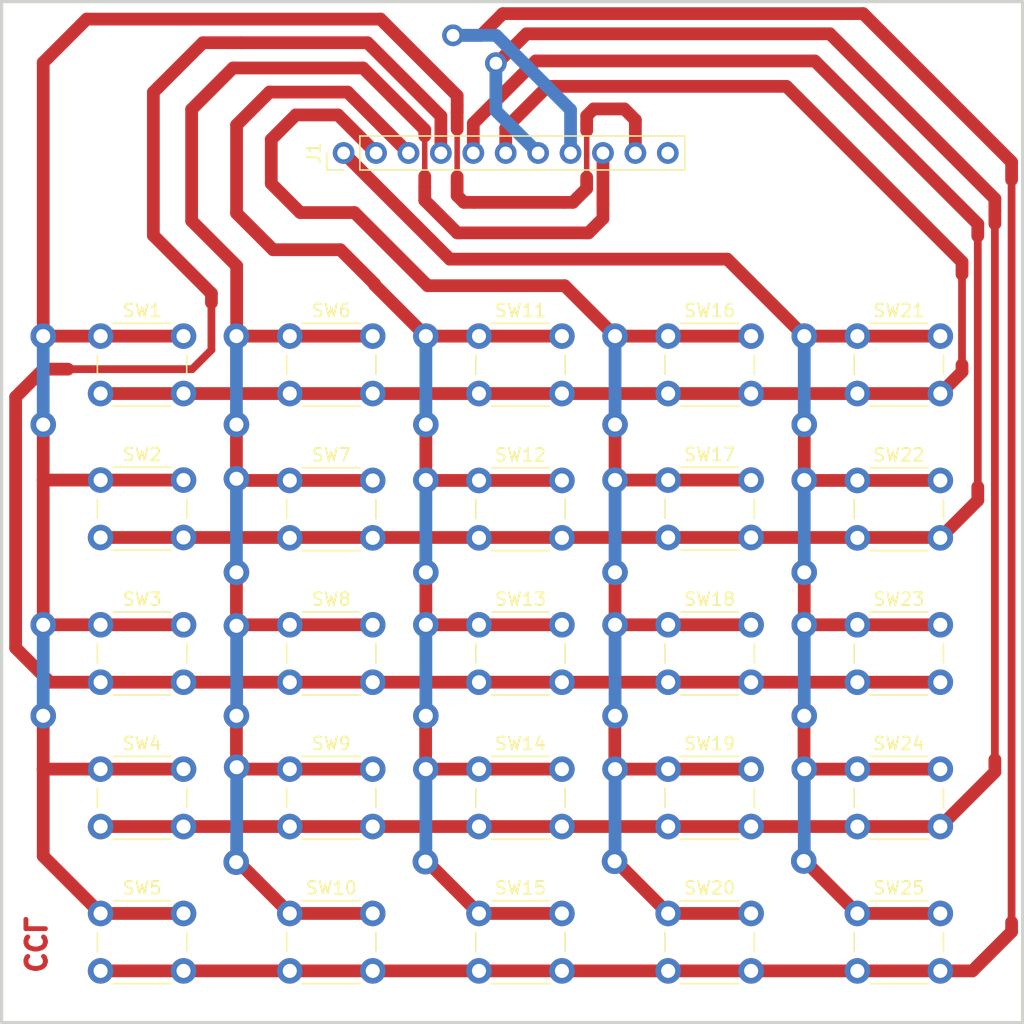
<source format=kicad_pcb>
(kicad_pcb (version 20211014) (generator pcbnew)
  (title_block (title "Teclado Scorbot") (date "2022-05-30") (rev "2.0") (company "Cristobal Cuevas - UBB"))
  (layers (0 "F.Cu" signal) (31 "B.Cu" signal) (34 "B.Paste" user) (35 "F.Paste" user) (36 "B.SilkS" user "B.Silkscreen") (37 "F.SilkS" user "F.Silkscreen") (38 "B.Mask" user) (39 "F.Mask" user) (44 "Edge.Cuts" user))
  (net 0 "")
  (net 2 "/Teclado/F3")
  (net 3 "/Teclado/F2")
  (net 4 "/Teclado/F1")
  (net 5 "/Teclado/F4")
  (net 6 "/Teclado/F5")
  (net 7 "/Teclado/C2")
  (net 8 "/Teclado/C1")
  (net 9 "/Teclado/C3")
  (net 10 "/Teclado/C4")
  (net 11 "/Teclado/C5")
  (footprint "" (layer "F.Cu") (at 131.9125 100.91)
    (fp_text reference "" (at 0 0) (layer "F.SilkS") (effects (font (size 1.27 1.27))))
    (fp_text value "" (at 0 0) (layer "F.SilkS") (effects (font (size 1.27 1.27))))
    (pad "1" thru_hole circle (at 0 0 90) (size 2 2) (drill 1.1) (layers *.Cu *.Mask) (net 9 "/Teclado/C3"))
  )
  (footprint "Button_Switch_THT:SW_PUSH_6mm" (layer "F.Cu") (at 165.725 127.64)
    (fp_text reference "SW25" (at 3.25 -2) (layer "F.SilkS"))
    (fp_text value "SW_Push_Dual")
    (pad "1" thru_hole circle (at 0 0 90) (size 2 2) (drill 1.1) (layers *.Cu *.Mask) (net 8 "/Teclado/C1"))
    (pad "1" thru_hole circle (at 6.5 0 90) (size 2 2) (drill 1.1) (layers *.Cu *.Mask) (net 8 "/Teclado/C1"))
    (pad "2" thru_hole circle (at 0 4.5 90) (size 2 2) (drill 1.1) (layers *.Cu *.Mask) (net 6 "/Teclado/F5"))
    (pad "2" thru_hole circle (at 6.5 4.5 90) (size 2 2) (drill 1.1) (layers *.Cu *.Mask) (net 6 "/Teclado/F5"))
  )
  (footprint "" (layer "F.Cu") (at 161.5625 93.68)
    (fp_text reference "" (at 0 0) (layer "F.SilkS") (effects (font (size 1.27 1.27))))
    (fp_text value "" (at 0 0) (layer "F.SilkS") (effects (font (size 1.27 1.27))))
    (pad "1" thru_hole circle (at 0 0 90) (size 2 2) (drill 1.1) (layers *.Cu *.Mask) (net 8 "/Teclado/C1"))
  )
  (footprint "" (layer "F.Cu") (at 146.7375 112.15)
    (fp_text reference "" (at 0 0) (layer "F.SilkS") (effects (font (size 1.27 1.27))))
    (fp_text value "" (at 0 0) (layer "F.SilkS") (effects (font (size 1.27 1.27))))
    (pad "1" thru_hole circle (at 0 0 90) (size 2 2) (drill 1.1) (layers *.Cu *.Mask) (net 7 "/Teclado/C2"))
  )
  (footprint "" (layer "F.Cu") (at 117.05 123.62)
    (fp_text reference "" (at 0 0) (layer "F.SilkS") (effects (font (size 1.27 1.27))))
    (fp_text value "" (at 0 0) (layer "F.SilkS") (effects (font (size 1.27 1.27))))
    (pad "1" thru_hole circle (at 0 0 90) (size 2 2) (drill 1.1) (layers *.Cu *.Mask) (net 10 "/Teclado/C4"))
  )
  (footprint "" (layer "F.Cu") (at 146.7375 82.4)
    (fp_text reference "" (at 0 0) (layer "F.SilkS") (effects (font (size 1.27 1.27))))
    (fp_text value "" (at 0 0) (layer "F.SilkS") (effects (font (size 1.27 1.27))))
    (pad "1" thru_hole circle (at 0 0 90) (size 2 2) (drill 1.1) (layers *.Cu *.Mask) (net 7 "/Teclado/C2"))
  )
  (footprint "" (layer "F.Cu") (at 161.5625 105.02)
    (fp_text reference "" (at 0 0) (layer "F.SilkS") (effects (font (size 1.27 1.27))))
    (fp_text value "" (at 0 0) (layer "F.SilkS") (effects (font (size 1.27 1.27))))
    (pad "1" thru_hole circle (at 0 0 90) (size 2 2) (drill 1.1) (layers *.Cu *.Mask) (net 8 "/Teclado/C1"))
  )
  (footprint "" (layer "F.Cu") (at 131.9125 116.33)
    (fp_text reference "" (at 0 0) (layer "F.SilkS") (effects (font (size 1.27 1.27))))
    (fp_text value "" (at 0 0) (layer "F.SilkS") (effects (font (size 1.27 1.27))))
    (pad "1" thru_hole circle (at 0 0 90) (size 2 2) (drill 1.1) (layers *.Cu *.Mask) (net 9 "/Teclado/C3"))
  )
  (footprint "" (layer "F.Cu") (at 131.9125 105.02)
    (fp_text reference "" (at 0 0) (layer "F.SilkS") (effects (font (size 1.27 1.27))))
    (fp_text value "" (at 0 0) (layer "F.SilkS") (effects (font (size 1.27 1.27))))
    (pad "1" thru_hole circle (at 0 0 90) (size 2 2) (drill 1.1) (layers *.Cu *.Mask) (net 9 "/Teclado/C3"))
  )
  (footprint "" (layer "F.Cu") (at 131.9125 82.4)
    (fp_text reference "" (at 0 0) (layer "F.SilkS") (effects (font (size 1.27 1.27))))
    (fp_text value "" (at 0 0) (layer "F.SilkS") (effects (font (size 1.27 1.27))))
    (pad "1" thru_hole circle (at 0 0 90) (size 2 2) (drill 1.1) (layers *.Cu *.Mask) (net 9 "/Teclado/C3"))
  )
  (footprint "Button_Switch_THT:SW_PUSH_6mm" (layer "F.Cu") (at 150.9 116.33)
    (fp_text reference "SW19" (at 3.25 -2) (layer "F.SilkS"))
    (fp_text value "SW_Push_Dual")
    (pad "1" thru_hole circle (at 6.5 0 90) (size 2 2) (drill 1.1) (layers *.Cu *.Mask) (net 7 "/Teclado/C2"))
    (pad "1" thru_hole circle (at 0 0 90) (size 2 2) (drill 1.1) (layers *.Cu *.Mask) (net 7 "/Teclado/C2"))
    (pad "2" thru_hole circle (at 6.5 4.5 90) (size 2 2) (drill 1.1) (layers *.Cu *.Mask) (net 5 "/Teclado/F4"))
    (pad "2" thru_hole circle (at 0 4.5 90) (size 2 2) (drill 1.1) (layers *.Cu *.Mask) (net 5 "/Teclado/F4"))
  )
  (footprint "" (layer "F.Cu") (at 131.9125 112.15)
    (fp_text reference "" (at 0 0) (layer "F.SilkS") (effects (font (size 1.27 1.27))))
    (fp_text value "" (at 0 0) (layer "F.SilkS") (effects (font (size 1.27 1.27))))
    (pad "1" thru_hole circle (at 0 0 90) (size 2 2) (drill 1.1) (layers *.Cu *.Mask) (net 9 "/Teclado/C3"))
  )
  (footprint "" (layer "F.Cu") (at 161.5625 112.15)
    (fp_text reference "" (at 0 0) (layer "F.SilkS") (effects (font (size 1.27 1.27))))
    (fp_text value "" (at 0 0) (layer "F.SilkS") (effects (font (size 1.27 1.27))))
    (pad "1" thru_hole circle (at 0 0 90) (size 2 2) (drill 1.1) (layers *.Cu *.Mask) (net 8 "/Teclado/C1"))
  )
  (footprint "Button_Switch_THT:SW_PUSH_6mm" (layer "F.Cu") (at 121.25 127.64)
    (fp_text reference "SW10" (at 3.25 -2) (layer "F.SilkS"))
    (fp_text value "SW_Push_Dual")
    (pad "1" thru_hole circle (at 0 0 90) (size 2 2) (drill 1.1) (layers *.Cu *.Mask) (net 10 "/Teclado/C4"))
    (pad "1" thru_hole circle (at 6.5 0 90) (size 2 2) (drill 1.1) (layers *.Cu *.Mask) (net 10 "/Teclado/C4"))
    (pad "2" thru_hole circle (at 0 4.5 90) (size 2 2) (drill 1.1) (layers *.Cu *.Mask) (net 6 "/Teclado/F5"))
    (pad "2" thru_hole circle (at 6.5 4.5 90) (size 2 2) (drill 1.1) (layers *.Cu *.Mask) (net 6 "/Teclado/F5"))
  )
  (footprint "" (layer "F.Cu") (at 101.929997 112.15)
    (fp_text reference "" (at 0 0) (layer "F.SilkS") (effects (font (size 1.27 1.27))))
    (fp_text value "" (at 0 0) (layer "F.SilkS") (effects (font (size 1.27 1.27))))
    (pad "1" thru_hole circle locked (at 0 0 90) (size 2 2) (drill 1.1) (layers *.Cu *.Mask) (net 11 "/Teclado/C5"))
  )
  (footprint "" (layer "F.Cu") (at 117.07 100.91)
    (fp_text reference "" (at 0 0) (layer "F.SilkS") (effects (font (size 1.27 1.27))))
    (fp_text value "" (at 0 0) (layer "F.SilkS") (effects (font (size 1.27 1.27))))
    (pad "1" thru_hole circle (at 0 0 90) (size 2 2) (drill 1.1) (layers *.Cu *.Mask) (net 10 "/Teclado/C4"))
  )
  (footprint "" (layer "F.Cu") (at 117.0875 116.18)
    (fp_text reference "" (at 0 0) (layer "F.SilkS") (effects (font (size 1.27 1.27))))
    (fp_text value "" (at 0 0) (layer "F.SilkS") (effects (font (size 1.27 1.27))))
    (pad "1" thru_hole circle (at 0 0 90) (size 2 2) (drill 1.1) (layers *.Cu *.Mask) (net 10 "/Teclado/C4"))
  )
  (footprint "" (layer "F.Cu") (at 146.7375 93.68)
    (fp_text reference "" (at 0 0) (layer "F.SilkS") (effects (font (size 1.27 1.27))))
    (fp_text value "" (at 0 0) (layer "F.SilkS") (effects (font (size 1.27 1.27))))
    (pad "1" thru_hole circle (at 0 0 90) (size 2 2) (drill 1.1) (layers *.Cu *.Mask) (net 7 "/Teclado/C2"))
  )
  (footprint "Button_Switch_THT:SW_PUSH_6mm" (layer "F.Cu") (at 136.075 93.71)
    (fp_text reference "SW12" (at 3.25 -2) (layer "F.SilkS"))
    (fp_text value "SW_Push_Dual")
    (pad "1" thru_hole circle (at 0 0 90) (size 2 2) (drill 1.1) (layers *.Cu *.Mask) (net 9 "/Teclado/C3"))
    (pad "1" thru_hole circle (at 6.5 0 90) (size 2 2) (drill 1.1) (layers *.Cu *.Mask) (net 9 "/Teclado/C3"))
    (pad "2" thru_hole circle (at 6.5 4.5 90) (size 2 2) (drill 1.1) (layers *.Cu *.Mask) (net 3 "/Teclado/F2"))
    (pad "2" thru_hole circle (at 0 4.5 90) (size 2 2) (drill 1.1) (layers *.Cu *.Mask) (net 3 "/Teclado/F2"))
  )
  (footprint "" (layer "F.Cu") (at 146.7375 116.33)
    (fp_text reference "" (at 0 0) (layer "F.SilkS") (effects (font (size 1.27 1.27))))
    (fp_text value "" (at 0 0) (layer "F.SilkS") (effects (font (size 1.27 1.27))))
    (pad "1" thru_hole circle (at 0 0 90) (size 2 2) (drill 1.1) (layers *.Cu *.Mask) (net 7 "/Teclado/C2"))
  )
  (footprint "" (layer "F.Cu") (at 146.7375 105.02)
    (fp_text reference "" (at 0 0) (layer "F.SilkS") (effects (font (size 1.27 1.27))))
    (fp_text value "" (at 0 0) (layer "F.SilkS") (effects (font (size 1.27 1.27))))
    (pad "1" thru_hole circle (at 0 0 90) (size 2 2) (drill 1.1) (layers *.Cu *.Mask) (net 7 "/Teclado/C2"))
  )
  (footprint "Button_Switch_THT:SW_PUSH_6mm" (layer "F.Cu") (at 106.425 127.64)
    (fp_text reference "SW5" (at 3.25 -2) (layer "F.SilkS"))
    (fp_text value "SW_Push_Dual")
    (pad "1" thru_hole circle (at 6.5 0 90) (size 2 2) (drill 1.1) (layers *.Cu *.Mask) (net 11 "/Teclado/C5"))
    (pad "1" thru_hole circle (at 0 0 90) (size 2 2) (drill 1.1) (layers *.Cu *.Mask) (net 11 "/Teclado/C5"))
    (pad "2" thru_hole circle (at 6.5 4.5 90) (size 2 2) (drill 1.1) (layers *.Cu *.Mask) (net 6 "/Teclado/F5"))
    (pad "2" thru_hole circle (at 0 4.5 90) (size 2 2) (drill 1.1) (layers *.Cu *.Mask) (net 6 "/Teclado/F5"))
  )
  (footprint "Button_Switch_THT:SW_PUSH_6mm" (layer "F.Cu") (at 121.25 82.4)
    (fp_text reference "SW6" (at 3.25 -2) (layer "F.SilkS"))
    (fp_text value "SW_Push_Dual")
    (pad "1" thru_hole circle (at 0 0 90) (size 2 2) (drill 1.1) (layers *.Cu *.Mask) (net 10 "/Teclado/C4"))
    (pad "1" thru_hole circle (at 6.5 0 90) (size 2 2) (drill 1.1) (layers *.Cu *.Mask) (net 10 "/Teclado/C4"))
    (pad "2" thru_hole circle (at 0 4.5 90) (size 2 2) (drill 1.1) (layers *.Cu *.Mask) (net 4 "/Teclado/F1"))
    (pad "2" thru_hole circle (at 6.5 4.5 90) (size 2 2) (drill 1.1) (layers *.Cu *.Mask) (net 4 "/Teclado/F1"))
  )
  (footprint "Button_Switch_THT:SW_PUSH_6mm" (layer "F.Cu") (at 165.725 116.33)
    (fp_text reference "SW24" (at 3.25 -2) (layer "F.SilkS"))
    (fp_text value "SW_Push_Dual")
    (pad "1" thru_hole circle (at 0 0 90) (size 2 2) (drill 1.1) (layers *.Cu *.Mask) (net 8 "/Teclado/C1"))
    (pad "1" thru_hole circle (at 6.5 0 90) (size 2 2) (drill 1.1) (layers *.Cu *.Mask) (net 8 "/Teclado/C1"))
    (pad "2" thru_hole circle (at 6.5 4.5 90) (size 2 2) (drill 1.1) (layers *.Cu *.Mask) (net 5 "/Teclado/F4"))
    (pad "2" thru_hole circle (at 0 4.5 90) (size 2 2) (drill 1.1) (layers *.Cu *.Mask) (net 5 "/Teclado/F4"))
  )
  (footprint "Button_Switch_THT:SW_PUSH_6mm" (layer "F.Cu") (at 106.425 105.02)
    (fp_text reference "SW3" (at 3.25 -2) (layer "F.SilkS"))
    (fp_text value "SW_Push_Dual")
    (pad "1" thru_hole circle (at 6.5 0 90) (size 2 2) (drill 1.1) (layers *.Cu *.Mask) (net 11 "/Teclado/C5"))
    (pad "1" thru_hole circle (at 0 0 90) (size 2 2) (drill 1.1) (layers *.Cu *.Mask) (net 11 "/Teclado/C5"))
    (pad "2" thru_hole circle (at 0 4.5 90) (size 2 2) (drill 1.1) (layers *.Cu *.Mask) (net 2 "/Teclado/F3"))
    (pad "2" thru_hole circle (at 6.5 4.5 90) (size 2 2) (drill 1.1) (layers *.Cu *.Mask) (net 2 "/Teclado/F3"))
  )
  (footprint "Button_Switch_THT:SW_PUSH_6mm" (layer "F.Cu") (at 150.9 127.64)
    (fp_text reference "SW20" (at 3.25 -2) (layer "F.SilkS"))
    (fp_text value "SW_Push_Dual")
    (pad "1" thru_hole circle (at 6.5 0 90) (size 2 2) (drill 1.1) (layers *.Cu *.Mask) (net 7 "/Teclado/C2"))
    (pad "1" thru_hole circle (at 0 0 90) (size 2 2) (drill 1.1) (layers *.Cu *.Mask) (net 7 "/Teclado/C2"))
    (pad "2" thru_hole circle (at 0 4.5 90) (size 2 2) (drill 1.1) (layers *.Cu *.Mask) (net 6 "/Teclado/F5"))
    (pad "2" thru_hole circle (at 6.5 4.5 90) (size 2 2) (drill 1.1) (layers *.Cu *.Mask) (net 6 "/Teclado/F5"))
  )
  (footprint "Button_Switch_THT:SW_PUSH_6mm" (layer "F.Cu") (at 136.075 127.64)
    (fp_text reference "SW15" (at 3.25 -2) (layer "F.SilkS"))
    (fp_text value "SW_Push_Dual")
    (pad "1" thru_hole circle (at 0 0 90) (size 2 2) (drill 1.1) (layers *.Cu *.Mask) (net 9 "/Teclado/C3"))
    (pad "1" thru_hole circle (at 6.5 0 90) (size 2 2) (drill 1.1) (layers *.Cu *.Mask) (net 9 "/Teclado/C3"))
    (pad "2" thru_hole circle (at 6.5 4.5 90) (size 2 2) (drill 1.1) (layers *.Cu *.Mask) (net 6 "/Teclado/F5"))
    (pad "2" thru_hole circle (at 0 4.5 90) (size 2 2) (drill 1.1) (layers *.Cu *.Mask) (net 6 "/Teclado/F5"))
  )
  (footprint "" (layer "F.Cu") (at 146.7 123.55)
    (fp_text reference "" (at 0 0) (layer "F.SilkS") (effects (font (size 1.27 1.27))))
    (fp_text value "" (at 0 0) (layer "F.SilkS") (effects (font (size 1.27 1.27))))
    (pad "1" thru_hole circle (at 0 0 90) (size 2 2) (drill 1.1) (layers *.Cu *.Mask) (net 7 "/Teclado/C2"))
  )
  (footprint "" (layer "F.Cu") (at 117.07 105.1)
    (fp_text reference "" (at 0 0) (layer "F.SilkS") (effects (font (size 1.27 1.27))))
    (fp_text value "" (at 0 0) (layer "F.SilkS") (effects (font (size 1.27 1.27))))
    (pad "1" thru_hole circle (at 0 0 90) (size 2 2) (drill 1.1) (layers *.Cu *.Mask) (net 10 "/Teclado/C4"))
  )
  (footprint "Button_Switch_THT:SW_PUSH_6mm" (layer "F.Cu") (at 106.425 116.33)
    (fp_text reference "SW4" (at 3.25 -2) (layer "F.SilkS"))
    (fp_text value "SW_Push_Dual")
    (pad "1" thru_hole circle (at 6.5 0 90) (size 2 2) (drill 1.1) (layers *.Cu *.Mask) (net 11 "/Teclado/C5"))
    (pad "1" thru_hole circle (at 0 0 90) (size 2 2) (drill 1.1) (layers *.Cu *.Mask) (net 11 "/Teclado/C5"))
    (pad "2" thru_hole circle (at 6.5 4.5 90) (size 2 2) (drill 1.1) (layers *.Cu *.Mask) (net 5 "/Teclado/F4"))
    (pad "2" thru_hole circle (at 0 4.5 90) (size 2 2) (drill 1.1) (layers *.Cu *.Mask) (net 5 "/Teclado/F4"))
  )
  (footprint "" (layer "F.Cu") (at 117.07 82.4)
    (fp_text reference "" (at 0 0) (layer "F.SilkS") (effects (font (size 1.27 1.27))))
    (fp_text value "" (at 0 0) (layer "F.SilkS") (effects (font (size 1.27 1.27))))
    (pad "1" thru_hole circle (at 0 0 90) (size 2 2) (drill 1.1) (layers *.Cu *.Mask) (net 10 "/Teclado/C4"))
  )
  (footprint "Button_Switch_THT:SW_PUSH_6mm" (layer "F.Cu") (at 136.075 116.33)
    (fp_text reference "SW14" (at 3.25 -2) (layer "F.SilkS"))
    (fp_text value "SW_Push_Dual")
    (pad "1" thru_hole circle (at 0 0 90) (size 2 2) (drill 1.1) (layers *.Cu *.Mask) (net 9 "/Teclado/C3"))
    (pad "1" thru_hole circle (at 6.5 0 90) (size 2 2) (drill 1.1) (layers *.Cu *.Mask) (net 9 "/Teclado/C3"))
    (pad "2" thru_hole circle (at 6.5 4.5 90) (size 2 2) (drill 1.1) (layers *.Cu *.Mask) (net 5 "/Teclado/F4"))
    (pad "2" thru_hole circle (at 0 4.5 90) (size 2 2) (drill 1.1) (layers *.Cu *.Mask) (net 5 "/Teclado/F4"))
  )
  (footprint "Button_Switch_THT:SW_PUSH_6mm" (layer "F.Cu") (at 136.075 82.4)
    (fp_text reference "SW11" (at 3.25 -2) (layer "F.SilkS"))
    (fp_text value "SW_Push_Dual")
    (pad "1" thru_hole circle (at 0 0 90) (size 2 2) (drill 1.1) (layers *.Cu *.Mask) (net 9 "/Teclado/C3"))
    (pad "1" thru_hole circle (at 6.5 0 90) (size 2 2) (drill 1.1) (layers *.Cu *.Mask) (net 9 "/Teclado/C3"))
    (pad "2" thru_hole circle (at 0 4.5 90) (size 2 2) (drill 1.1) (layers *.Cu *.Mask) (net 4 "/Teclado/F1"))
    (pad "2" thru_hole circle (at 6.5 4.5 90) (size 2 2) (drill 1.1) (layers *.Cu *.Mask) (net 4 "/Teclado/F1"))
  )
  (footprint "" (layer "F.Cu") (at 131.875 123.58)
    (fp_text reference "" (at 0 0) (layer "F.SilkS") (effects (font (size 1.27 1.27))))
    (fp_text value "" (at 0 0) (layer "F.SilkS") (effects (font (size 1.27 1.27))))
    (pad "1" thru_hole circle (at 0 0 90) (size 2 2) (drill 1.1) (layers *.Cu *.Mask) (net 9 "/Teclado/C3"))
  )
  (footprint "Button_Switch_THT:SW_PUSH_6mm" (layer "F.Cu") (at 121.25 93.71)
    (fp_text reference "SW7" (at 3.25 -2) (layer "F.SilkS"))
    (fp_text value "SW_Push_Dual")
    (pad "1" thru_hole circle (at 0 0 90) (size 2 2) (drill 1.1) (layers *.Cu *.Mask) (net 10 "/Teclado/C4"))
    (pad "1" thru_hole circle (at 6.5 0 90) (size 2 2) (drill 1.1) (layers *.Cu *.Mask) (net 10 "/Teclado/C4"))
    (pad "2" thru_hole circle (at 0 4.5 90) (size 2 2) (drill 1.1) (layers *.Cu *.Mask) (net 3 "/Teclado/F2"))
    (pad "2" thru_hole circle (at 6.5 4.5 90) (size 2 2) (drill 1.1) (layers *.Cu *.Mask) (net 3 "/Teclado/F2"))
  )
  (footprint "" (layer "F.Cu") (at 117.07 112.15)
    (fp_text reference "" (at 0 0) (layer "F.SilkS") (effects (font (size 1.27 1.27))))
    (fp_text value "" (at 0 0) (layer "F.SilkS") (effects (font (size 1.27 1.27))))
    (pad "1" thru_hole circle (at 0 0 90) (size 2 2) (drill 1.1) (layers *.Cu *.Mask) (net 10 "/Teclado/C4"))
  )
  (footprint "Button_Switch_THT:SW_PUSH_6mm" (layer "F.Cu") (at 150.9 105.02)
    (fp_text reference "SW18" (at 3.25 -2) (layer "F.SilkS"))
    (fp_text value "SW_Push_Dual")
    (pad "1" thru_hole circle (at 0 0 90) (size 2 2) (drill 1.1) (layers *.Cu *.Mask) (net 7 "/Teclado/C2"))
    (pad "1" thru_hole circle (at 6.5 0 90) (size 2 2) (drill 1.1) (layers *.Cu *.Mask) (net 7 "/Teclado/C2"))
    (pad "2" thru_hole circle (at 0 4.5 90) (size 2 2) (drill 1.1) (layers *.Cu *.Mask) (net 2 "/Teclado/F3"))
    (pad "2" thru_hole circle (at 6.5 4.5 90) (size 2 2) (drill 1.1) (layers *.Cu *.Mask) (net 2 "/Teclado/F3"))
  )
  (footprint "" (layer "F.Cu") (at 161.5625 82.4)
    (fp_text reference "" (at 0 0) (layer "F.SilkS") (effects (font (size 1.27 1.27))))
    (fp_text value "" (at 0 0) (layer "F.SilkS") (effects (font (size 1.27 1.27))))
    (pad "1" thru_hole circle (at 0 0 90) (size 2 2) (drill 1.1) (layers *.Cu *.Mask) (net 8 "/Teclado/C1"))
  )
  (footprint "" (layer "F.Cu") (at 131.9125 89.33)
    (fp_text reference "" (at 0 0) (layer "F.SilkS") (effects (font (size 1.27 1.27))))
    (fp_text value "" (at 0 0) (layer "F.SilkS") (effects (font (size 1.27 1.27))))
    (pad "1" thru_hole circle (at 0 0 90) (size 2 2) (drill 1.1) (layers *.Cu *.Mask) (net 9 "/Teclado/C3"))
  )
  (footprint "" (layer "F.Cu") (at 161.5625 100.91)
    (fp_text reference "" (at 0 0) (layer "F.SilkS") (effects (font (size 1.27 1.27))))
    (fp_text value "" (at 0 0) (layer "F.SilkS") (effects (font (size 1.27 1.27))))
    (pad "1" thru_hole circle (at 0 0 90) (size 2 2) (drill 1.1) (layers *.Cu *.Mask) (net 8 "/Teclado/C1"))
  )
  (footprint "" (layer "F.Cu") (at 117.07 89.33)
    (fp_text reference "" (at 0 0) (layer "F.SilkS") (effects (font (size 1.27 1.27))))
    (fp_text value "" (at 0 0) (layer "F.SilkS") (effects (font (size 1.27 1.27))))
    (pad "1" thru_hole circle (at 0 0 90) (size 2 2) (drill 1.1) (layers *.Cu *.Mask) (net 10 "/Teclado/C4"))
  )
  (footprint "" (layer "F.Cu") (at 101.929997 105.02)
    (fp_text reference "" (at 0 0) (layer "F.SilkS") (effects (font (size 1.27 1.27))))
    (fp_text value "" (at 0 0) (layer "F.SilkS") (effects (font (size 1.27 1.27))))
    (pad "1" thru_hole circle locked (at 0 0 90) (size 2 2) (drill 1.1) (layers *.Cu *.Mask) (net 11 "/Teclado/C5"))
  )
  (footprint "" (layer "F.Cu") (at 137.4 61.01)
    (fp_text reference "" (at 0 0) (layer "F.SilkS") (effects (font (size 1.27 1.27))))
    (fp_text value "" (at 0 0) (layer "F.SilkS") (effects (font (size 1.27 1.27))))
    (pad "7" thru_hole oval (at 0 0 90) (size 1.7 1.7) (drill 1) (layers *.Cu *.Mask) (net 5 "/Teclado/F4"))
  )
  (footprint "" (layer "F.Cu") (at 161.5625 116.33)
    (fp_text reference "" (at 0 0) (layer "F.SilkS") (effects (font (size 1.27 1.27))))
    (fp_text value "" (at 0 0) (layer "F.SilkS") (effects (font (size 1.27 1.27))))
    (pad "1" thru_hole circle (at 0 0 90) (size 2 2) (drill 1.1) (layers *.Cu *.Mask) (net 8 "/Teclado/C1"))
  )
  (footprint "Button_Switch_THT:SW_PUSH_6mm" (layer "F.Cu") (at 106.425 93.68)
    (fp_text reference "SW2" (at 3.25 -2) (layer "F.SilkS"))
    (fp_text value "SW_Push_Dual")
    (pad "1" thru_hole circle (at 6.5 0 90) (size 2 2) (drill 1.1) (layers *.Cu *.Mask) (net 11 "/Teclado/C5"))
    (pad "1" thru_hole circle (at 0 0 90) (size 2 2) (drill 1.1) (layers *.Cu *.Mask) (net 11 "/Teclado/C5"))
    (pad "2" thru_hole circle (at 6.5 4.5 90) (size 2 2) (drill 1.1) (layers *.Cu *.Mask) (net 3 "/Teclado/F2"))
    (pad "2" thru_hole circle (at 0 4.5 90) (size 2 2) (drill 1.1) (layers *.Cu *.Mask) (net 3 "/Teclado/F2"))
  )
  (footprint "" (layer "F.Cu") (at 146.7375 89.33)
    (fp_text reference "" (at 0 0) (layer "F.SilkS") (effects (font (size 1.27 1.27))))
    (fp_text value "" (at 0 0) (layer "F.SilkS") (effects (font (size 1.27 1.27))))
    (pad "1" thru_hole circle (at 0 0 90) (size 2 2) (drill 1.1) (layers *.Cu *.Mask) (net 7 "/Teclado/C2"))
  )
  (footprint "" (layer "F.Cu") (at 101.929997 82.4)
    (fp_text reference "" (at 0 0) (layer "F.SilkS") (effects (font (size 1.27 1.27))))
    (fp_text value "" (at 0 0) (layer "F.SilkS") (effects (font (size 1.27 1.27))))
    (pad "1" thru_hole circle locked (at 0 0 90) (size 2 2) (drill 1.1) (layers *.Cu *.Mask) (net 11 "/Teclado/C5"))
  )
  (footprint "" (layer "F.Cu") (at 134.04 58.83)
    (fp_text reference "" (at 0 0) (layer "F.SilkS") (effects (font (size 1.27 1.27))))
    (fp_text value "" (at 0 0) (layer "F.SilkS") (effects (font (size 1.27 1.27))))
    (pad "8" thru_hole oval (at 0 0 90) (size 1.7 1.7) (drill 1) (layers *.Cu *.Mask) (net 6 "/Teclado/F5"))
  )
  (footprint "Button_Switch_THT:SW_PUSH_6mm" (layer "F.Cu") (at 121.25 116.33)
    (fp_text reference "SW9" (at 3.25 -2) (layer "F.SilkS"))
    (fp_text value "SW_Push_Dual")
    (pad "1" thru_hole circle (at 0 0 90) (size 2 2) (drill 1.1) (layers *.Cu *.Mask) (net 10 "/Teclado/C4"))
    (pad "1" thru_hole circle (at 6.5 0 90) (size 2 2) (drill 1.1) (layers *.Cu *.Mask) (net 10 "/Teclado/C4"))
    (pad "2" thru_hole circle (at 0 4.5 90) (size 2 2) (drill 1.1) (layers *.Cu *.Mask) (net 5 "/Teclado/F4"))
    (pad "2" thru_hole circle (at 6.5 4.5 90) (size 2 2) (drill 1.1) (layers *.Cu *.Mask) (net 5 "/Teclado/F4"))
  )
  (footprint "Button_Switch_THT:SW_PUSH_6mm" (layer "F.Cu") (at 106.425 82.4)
    (fp_text reference "SW1" (at 3.25 -2) (layer "F.SilkS"))
    (fp_text value "SW_Push_Dual")
    (pad "1" thru_hole circle locked (at 0 0 90) (size 2 2) (drill 1.1) (layers *.Cu *.Mask) (net 11 "/Teclado/C5"))
    (pad "1" thru_hole circle locked (at 6.5 0 90) (size 2 2) (drill 1.1) (layers *.Cu *.Mask) (net 11 "/Teclado/C5"))
    (pad "2" thru_hole circle locked (at 6.5 4.5 90) (size 2 2) (drill 1.1) (layers *.Cu *.Mask) (net 4 "/Teclado/F1"))
    (pad "2" thru_hole circle locked (at 0 4.5 90) (size 2 2) (drill 1.1) (layers *.Cu *.Mask) (net 4 "/Teclado/F1"))
  )
  (footprint "Button_Switch_THT:SW_PUSH_6mm" (layer "F.Cu") (at 150.9 82.4)
    (fp_text reference "SW16" (at 3.25 -2) (layer "F.SilkS"))
    (fp_text value "SW_Push_Dual")
    (pad "1" thru_hole circle (at 6.5 0 90) (size 2 2) (drill 1.1) (layers *.Cu *.Mask) (net 7 "/Teclado/C2"))
    (pad "1" thru_hole circle (at 0 0 90) (size 2 2) (drill 1.1) (layers *.Cu *.Mask) (net 7 "/Teclado/C2"))
    (pad "2" thru_hole circle (at 0 4.5 90) (size 2 2) (drill 1.1) (layers *.Cu *.Mask) (net 4 "/Teclado/F1"))
    (pad "2" thru_hole circle (at 6.5 4.5 90) (size 2 2) (drill 1.1) (layers *.Cu *.Mask) (net 4 "/Teclado/F1"))
  )
  (footprint "Button_Switch_THT:SW_PUSH_6mm" (layer "F.Cu") (at 165.725 93.71)
    (fp_text reference "SW22" (at 3.25 -2) (layer "F.SilkS"))
    (fp_text value "SW_Push_Dual")
    (pad "1" thru_hole circle (at 6.5 0 90) (size 2 2) (drill 1.1) (layers *.Cu *.Mask) (net 8 "/Teclado/C1"))
    (pad "1" thru_hole circle (at 0 0 90) (size 2 2) (drill 1.1) (layers *.Cu *.Mask) (net 8 "/Teclado/C1"))
    (pad "2" thru_hole circle (at 0 4.5 90) (size 2 2) (drill 1.1) (layers *.Cu *.Mask) (net 3 "/Teclado/F2"))
    (pad "2" thru_hole circle (at 6.5 4.5 90) (size 2 2) (drill 1.1) (layers *.Cu *.Mask) (net 3 "/Teclado/F2"))
  )
  (footprint "Connector_PinHeader_2.54mm:PinHeader_1x11_P2.54mm_Vertical" (layer "F.Cu") (at 125.47 68.05 90)
    (fp_text reference "J1" (at 0 -2.33 90) (layer "F.SilkS"))
    (fp_text value "Conn_01x11")
    (pad "1" thru_hole circle (at 0.000004 -0.000007 90) (size 1.7 1.7) (drill 1) (layers *.Cu *.Mask) (net 8 "/Teclado/C1"))
    (pad "2" thru_hole oval (at 0 2.54 90) (size 1.7 1.7) (drill 1) (layers *.Cu *.Mask) (net 7 "/Teclado/C2"))
    (pad "3" thru_hole oval (at 0 5.08 90) (size 1.7 1.7) (drill 1) (layers *.Cu *.Mask) (net 9 "/Teclado/C3"))
    (pad "4" thru_hole oval (at 0 7.62 90) (size 1.7 1.7) (drill 1) (layers *.Cu *.Mask) (net 2 "/Teclado/F3"))
    (pad "5" thru_hole oval (at 0 10.16 90) (size 1.7 1.7) (drill 1) (layers *.Cu *.Mask) (net 3 "/Teclado/F2"))
    (pad "6" thru_hole oval (at 0 12.7 90) (size 1.7 1.7) (drill 1) (layers *.Cu *.Mask) (net 4 "/Teclado/F1"))
    (pad "7" thru_hole oval (at 0 15.24 90) (size 1.7 1.7) (drill 1) (layers *.Cu *.Mask) (net 5 "/Teclado/F4"))
    (pad "8" thru_hole oval (at 0 17.78 90) (size 1.7 1.7) (drill 1) (layers *.Cu *.Mask) (net 6 "/Teclado/F5"))
    (pad "9" thru_hole oval (at 0 20.32 90) (size 1.7 1.7) (drill 1) (layers *.Cu *.Mask) (net 10 "/Teclado/C4"))
    (pad "10" thru_hole oval (at 0 22.86 90) (size 1.7 1.7) (drill 1) (layers *.Cu *.Mask) (net 11 "/Teclado/C5"))
    (pad "11" thru_hole oval (at 0 25.4 90) (size 1.7 1.7) (drill 1) (layers *.Cu *.Mask))
  )
  (footprint "" (layer "F.Cu") (at 131.9125 93.68)
    (fp_text reference "" (at 0 0) (layer "F.SilkS") (effects (font (size 1.27 1.27))))
    (fp_text value "" (at 0 0) (layer "F.SilkS") (effects (font (size 1.27 1.27))))
    (pad "1" thru_hole circle (at 0 0 90) (size 2 2) (drill 1.1) (layers *.Cu *.Mask) (net 9 "/Teclado/C3"))
  )
  (footprint "Button_Switch_THT:SW_PUSH_6mm" (layer "F.Cu") (at 165.725 105.02)
    (fp_text reference "SW23" (at 3.25 -2) (layer "F.SilkS"))
    (fp_text value "SW_Push_Dual")
    (pad "1" thru_hole circle (at 6.5 0 90) (size 2 2) (drill 1.1) (layers *.Cu *.Mask) (net 8 "/Teclado/C1"))
    (pad "1" thru_hole circle (at 0 0 90) (size 2 2) (drill 1.1) (layers *.Cu *.Mask) (net 8 "/Teclado/C1"))
    (pad "2" thru_hole circle (at 6.5 4.5 90) (size 2 2) (drill 1.1) (layers *.Cu *.Mask) (net 2 "/Teclado/F3"))
    (pad "2" thru_hole circle (at 0 4.5 90) (size 2 2) (drill 1.1) (layers *.Cu *.Mask) (net 2 "/Teclado/F3"))
  )
  (footprint "Button_Switch_THT:SW_PUSH_6mm" (layer "F.Cu") (at 121.25 105.02)
    (fp_text reference "SW8" (at 3.25 -2) (layer "F.SilkS"))
    (fp_text value "SW_Push_Dual")
    (pad "1" thru_hole circle (at 0 0 90) (size 2 2) (drill 1.1) (layers *.Cu *.Mask) (net 10 "/Teclado/C4"))
    (pad "1" thru_hole circle (at 6.5 0 90) (size 2 2) (drill 1.1) (layers *.Cu *.Mask) (net 10 "/Teclado/C4"))
    (pad "2" thru_hole circle (at 0 4.5 90) (size 2 2) (drill 1.1) (layers *.Cu *.Mask) (net 2 "/Teclado/F3"))
    (pad "2" thru_hole circle (at 6.5 4.5 90) (size 2 2) (drill 1.1) (layers *.Cu *.Mask) (net 2 "/Teclado/F3"))
  )
  (footprint "" (layer "F.Cu") (at 101.929997 89.33)
    (fp_text reference "" (at 0 0) (layer "F.SilkS") (effects (font (size 1.27 1.27))))
    (fp_text value "" (at 0 0) (layer "F.SilkS") (effects (font (size 1.27 1.27))))
    (pad "1" thru_hole circle locked (at 0 0 90) (size 2 2) (drill 1.1) (layers *.Cu *.Mask) (net 11 "/Teclado/C5"))
  )
  (footprint "Button_Switch_THT:SW_PUSH_6mm" (layer "F.Cu") (at 165.725 82.4)
    (fp_text reference "SW21" (at 3.25 -2) (layer "F.SilkS"))
    (fp_text value "SW_Push_Dual")
    (pad "1" thru_hole circle (at 6.5 0 90) (size 2 2) (drill 1.1) (layers *.Cu *.Mask) (net 8 "/Teclado/C1"))
    (pad "1" thru_hole circle (at 0 0 90) (size 2 2) (drill 1.1) (layers *.Cu *.Mask) (net 8 "/Teclado/C1"))
    (pad "2" thru_hole circle (at 6.5 4.5 90) (size 2 2) (drill 1.1) (layers *.Cu *.Mask) (net 4 "/Teclado/F1"))
    (pad "2" thru_hole circle (at 0 4.5 90) (size 2 2) (drill 1.1) (layers *.Cu *.Mask) (net 4 "/Teclado/F1"))
  )
  (footprint "Button_Switch_THT:SW_PUSH_6mm" (layer "F.Cu") (at 136.075 105.02)
    (fp_text reference "SW13" (at 3.25 -2) (layer "F.SilkS"))
    (fp_text value "SW_Push_Dual")
    (pad "1" thru_hole circle (at 0 0 90) (size 2 2) (drill 1.1) (layers *.Cu *.Mask) (net 9 "/Teclado/C3"))
    (pad "1" thru_hole circle (at 6.5 0 90) (size 2 2) (drill 1.1) (layers *.Cu *.Mask) (net 9 "/Teclado/C3"))
    (pad "2" thru_hole circle (at 0 4.5 90) (size 2 2) (drill 1.1) (layers *.Cu *.Mask) (net 2 "/Teclado/F3"))
    (pad "2" thru_hole circle (at 6.5 4.5 90) (size 2 2) (drill 1.1) (layers *.Cu *.Mask) (net 2 "/Teclado/F3"))
  )
  (footprint "" (layer "F.Cu") (at 146.7375 100.91)
    (fp_text reference "" (at 0 0) (layer "F.SilkS") (effects (font (size 1.27 1.27))))
    (fp_text value "" (at 0 0) (layer "F.SilkS") (effects (font (size 1.27 1.27))))
    (pad "1" thru_hole circle (at 0 0 90) (size 2 2) (drill 1.1) (layers *.Cu *.Mask) (net 7 "/Teclado/C2"))
  )
  (footprint "" (layer "F.Cu") (at 161.525 123.53)
    (fp_text reference "" (at 0 0) (layer "F.SilkS") (effects (font (size 1.27 1.27))))
    (fp_text value "" (at 0 0) (layer "F.SilkS") (effects (font (size 1.27 1.27))))
    (pad "1" thru_hole circle (at 0 0 90) (size 2 2) (drill 1.1) (layers *.Cu *.Mask) (net 8 "/Teclado/C1"))
  )
  (footprint "Button_Switch_THT:SW_PUSH_6mm" (layer "F.Cu") (at 150.9 93.68)
    (fp_text reference "SW17" (at 3.25 -2) (layer "F.SilkS"))
    (fp_text value "SW_Push_Dual")
    (pad "1" thru_hole circle (at 6.5 0 90) (size 2 2) (drill 1.1) (layers *.Cu *.Mask) (net 7 "/Teclado/C2"))
    (pad "1" thru_hole circle (at 0 0 90) (size 2 2) (drill 1.1) (layers *.Cu *.Mask) (net 7 "/Teclado/C2"))
    (pad "2" thru_hole circle (at 0 4.5 90) (size 2 2) (drill 1.1) (layers *.Cu *.Mask) (net 3 "/Teclado/F2"))
    (pad "2" thru_hole circle (at 6.5 4.5 90) (size 2 2) (drill 1.1) (layers *.Cu *.Mask) (net 3 "/Teclado/F2"))
  )
  (footprint "" (layer "F.Cu") (at 117.07 93.58)
    (fp_text reference "" (at 0 0) (layer "F.SilkS") (effects (font (size 1.27 1.27))))
    (fp_text value "" (at 0 0) (layer "F.SilkS") (effects (font (size 1.27 1.27))))
    (pad "1" thru_hole circle (at 0 0 90) (size 2 2) (drill 1.1) (layers *.Cu *.Mask) (net 10 "/Teclado/C4"))
  )
  (footprint "" (layer "F.Cu") (at 161.5625 89.33)
    (fp_text reference "" (at 0 0) (layer "F.SilkS") (effects (font (size 1.27 1.27))))
    (fp_text value "" (at 0 0) (layer "F.SilkS") (effects (font (size 1.27 1.27))))
    (pad "1" thru_hole circle (at 0 0 90) (size 2 2) (drill 1.1) (layers *.Cu *.Mask) (net 8 "/Teclado/C1"))
  )
  (gr_rect (start 98.670008 56.190007) (end 178.670001 136.189999) (layer "Edge.Cuts") (width 0.254) (fill none))
  (gr_text "CCL" (at 101.260012 130.099998 270) (layer "F.Cu") (effects (font (size 1.524 1.524) (thickness 0.381)) (justify mirror)))
  (segment (start 114.44 59.41) (end 110.93 62.92) (width 1) (layer "F.Cu") (net 2))
  (segment (start 106.425 109.52) (end 172.225 109.52) (width 1) (layer "F.Cu") (net 2))
  (segment (start 101.95 84.99) (end 103.86 84.99) (width 1) (layer "F.Cu") (net 2))
  (segment (start 99.77 106.84) (end 99.77 87.17) (width 1) (layer "F.Cu") (net 2))
  (segment (start 100.11 86.83) (end 101.95 84.99) (width 1) (layer "F.Cu") (net 2))
  (segment (start 133.09 68.05) (end 133.09 65.16) (width 1) (layer "F.Cu") (net 2))
  (segment (start 110.56 63.29) (end 110.56 74.48) (width 1) (layer "F.Cu") (net 2))
  (segment (start 115 78.95) (end 115.11 79.06) (width 1) (layer "F.Cu") (net 2))
  (segment (start 115.11 79.06) (end 115.11 79.78) (width 1) (layer "F.Cu") (net 2))
  (segment (start 115.11 83.478796) (end 115.11 79.78) (width 0.6096) (layer "F.Cu") (net 2))
  (segment (start 110.93 62.92) (end 110.56 63.29) (width 1) (layer "F.Cu") (net 2))
  (segment (start 127.615 59.685) (end 127.34 59.41) (width 1) (layer "F.Cu") (net 2))
  (segment (start 99.77 87.17) (end 100.11 86.83) (width 1) (layer "F.Cu") (net 2))
  (segment (start 106.425 109.52) (end 102.45 109.52) (width 1) (layer "F.Cu") (net 2))
  (segment (start 103.86 84.99) (end 113.598796 84.99) (width 0.6096) (layer "F.Cu") (net 2))
  (segment (start 102.45 109.52) (end 99.77 106.84) (width 1) (layer "F.Cu") (net 2))
  (segment (start 113.598796 84.99) (end 115.11 83.478796) (width 0.6096) (layer "F.Cu") (net 2))
  (segment (start 133.09 65.16) (end 127.615 59.685) (width 1) (layer "F.Cu") (net 2))
  (segment (start 110.56 74.48) (end 110.56 74.51) (width 1) (layer "F.Cu") (net 2))
  (segment (start 127.34 59.41) (end 117.44 59.41) (width 1) (layer "F.Cu") (net 2))
  (segment (start 110.56 74.51) (end 115 78.95) (width 1) (layer "F.Cu") (net 2))
  (segment (start 117.44 59.41) (end 114.44 59.41) (width 1) (layer "F.Cu") (net 2))
  (segment (start 106.425 98.18) (end 172.195 98.18) (width 1) (layer "F.Cu") (net 3))
  (segment (start 172.195 98.18) (end 172.225 98.21) (width 1) (layer "F.Cu") (net 3))
  (segment (start 162.39 60.84) (end 175.16 73.61) (width 1) (layer "F.Cu") (net 3))
  (segment (start 175.16 73.61) (end 175.16 74.56) (width 1) (layer "F.Cu") (net 3))
  (segment (start 139.93 61.43) (end 140.52 60.84) (width 1) (layer "F.Cu") (net 3))
  (segment (start 172.225 98.21) (end 175.16 95.275) (width 1) (layer "F.Cu") (net 3))
  (segment (start 175.16 74.56) (end 175.16 94.22) (width 0.6096) (layer "F.Cu") (net 3))
  (segment (start 135.63 65.73) (end 135.63 68.05) (width 1) (layer "F.Cu") (net 3))
  (segment (start 175.16 95.275) (end 175.16 94.22) (width 1) (layer "F.Cu") (net 3))
  (segment (start 135.63 65.73) (end 139.93 61.43) (width 1) (layer "F.Cu") (net 3))
  (segment (start 140.52 60.84) (end 162.39 60.84) (width 1) (layer "F.Cu") (net 3))
  (segment (start 138.17 68.05) (end 138.17 66.11) (width 1) (layer "F.Cu") (net 4))
  (segment (start 172.225 86.9) (end 173.85 85.275) (width 1) (layer "F.Cu") (net 4))
  (segment (start 138.17 66.11) (end 141.45 62.83) (width 1) (layer "F.Cu") (net 4))
  (segment (start 173.924511 77.555489) (end 173.924511 84.654511) (width 0.6096) (layer "F.Cu") (net 4))
  (segment (start 173.924511 76.584511) (end 173.924511 77.555489) (width 1) (layer "F.Cu") (net 4))
  (segment (start 141.45 62.83) (end 160.17 62.83) (width 1) (layer "F.Cu") (net 4))
  (segment (start 173.924511 84.654511) (end 173.924511 85.200489) (width 1) (layer "F.Cu") (net 4))
  (segment (start 160.17 62.83) (end 173.924511 76.584511) (width 1) (layer "F.Cu") (net 4))
  (segment (start 106.425 86.9) (end 172.225 86.9) (width 1) (layer "F.Cu") (net 4))
  (segment (start 173.924511 85.200489) (end 173.85 85.275) (width 1) (layer "F.Cu") (net 4))
  (segment (start 176.5 73.6) (end 176.5 115.58) (width 0.6096) (layer "F.Cu") (net 5))
  (segment (start 139.57 58.94) (end 139.8 58.71) (width 1) (layer "F.Cu") (net 5))
  (segment (start 139.57 58.94) (end 137.47 61.04) (width 1) (layer "F.Cu") (net 5))
  (segment (start 176.5 72.59) (end 176.5 73.6) (width 1) (layer "F.Cu") (net 5))
  (segment (start 163.57 58.71) (end 176.5 71.64) (width 1) (layer "F.Cu") (net 5))
  (segment (start 172.225 120.83) (end 176.5 116.555) (width 1) (layer "F.Cu") (net 5))
  (segment (start 139.8 58.71) (end 163.57 58.71) (width 1) (layer "F.Cu") (net 5))
  (segment (start 176.5 116.555) (end 176.5 115.58) (width 1) (layer "F.Cu") (net 5))
  (segment (start 106.425 120.83) (end 172.225 120.83) (width 1) (layer "F.Cu") (net 5))
  (segment (start 176.5 71.64) (end 176.5 72.59) (width 1) (layer "F.Cu") (net 5))
  (segment (start 137.4 61.01) (end 137.4 64.74) (width 1) (layer "B.Cu") (net 5))
  (segment (start 137.4 64.74) (end 140.71 68.05) (width 1) (layer "B.Cu") (net 5))
  (segment (start 136.24 58.83) (end 137.94 57.13) (width 1) (layer "F.Cu") (net 6))
  (segment (start 172.225 132.14) (end 174.74 132.14) (width 1) (layer "F.Cu") (net 6))
  (segment (start 174.74 132.14) (end 177.81 129.07) (width 1) (layer "F.Cu") (net 6))
  (segment (start 166.18 57.13) (end 177.81 68.76) (width 1) (layer "F.Cu") (net 6))
  (segment (start 177.81 68.76) (end 177.81 70.14) (width 1) (layer "F.Cu") (net 6))
  (segment (start 106.425 132.14) (end 172.225 132.14) (width 1) (layer "F.Cu") (net 6))
  (segment (start 134.04 58.83) (end 136.24 58.83) (width 1) (layer "F.Cu") (net 6))
  (segment (start 177.81 70.14) (end 177.81 128.33) (width 0.6096) (layer "F.Cu") (net 6))
  (segment (start 137.94 57.13) (end 166.18 57.13) (width 1) (layer "F.Cu") (net 6))
  (segment (start 177.81 129.07) (end 177.81 128.33) (width 1) (layer "F.Cu") (net 6))
  (segment (start 137.411341 58.83) (end 143.25 64.668659) (width 1) (layer "B.Cu") (net 6))
  (segment (start 143.25 64.668659) (end 143.25 68.05) (width 1) (layer "B.Cu") (net 6))
  (segment (start 134.04 58.83) (end 137.411341 58.83) (width 1) (layer "B.Cu") (net 6))
  (segment (start 150.9 127.64) (end 157.4 127.64) (width 1) (layer "F.Cu") (net 7))
  (segment (start 122.07 72.72) (end 119.8 70.45) (width 1) (layer "F.Cu") (net 7))
  (segment (start 132.05 78.45) (end 126.32 72.72) (width 1) (layer "F.Cu") (net 7))
  (segment (start 157.4 93.68) (end 146.7375 93.68) (width 1) (layer "F.Cu") (net 7))
  (segment (start 119.8 70.45) (end 119.8 66.99) (width 1) (layer "F.Cu") (net 7))
  (segment (start 146.7375 105.02) (end 157.4 105.02) (width 1) (layer "F.Cu") (net 7))
  (segment (start 119.8 66.99) (end 121.72 65.07) (width 1) (layer "F.Cu") (net 7))
  (segment (start 121.72 65.07) (end 125.03 65.07) (width 1) (layer "F.Cu") (net 7))
  (segment (start 125.03 65.07) (end 128.01 68.05) (width 1) (layer "F.Cu") (net 7))
  (segment (start 146.72 112.15) (end 146.72 116.3125) (width 1) (layer "F.Cu") (net 7))
  (segment (start 146.7375 116.33) (end 157.4 116.33) (width 1) (layer "F.Cu") (net 7))
  (segment (start 146.81 123.55) (end 150.9 127.64) (width 1) (layer "F.Cu") (net 7))
  (segment (start 146.7375 82.4) (end 142.7875 78.45) (width 1) (layer "F.Cu") (net 7))
  (segment (start 146.7375 105.02) (end 146.7375 100.91) (width 1) (layer "F.Cu") (net 7))
  (segment (start 146.72 116.3125) (end 146.7375 116.33) (width 1) (layer "F.Cu") (net 7))
  (segment (start 146.7 123.55) (end 146.81 123.55) (width 1) (layer "F.Cu") (net 7))
  (segment (start 142.7875 78.45) (end 132.05 78.45) (width 1) (layer "F.Cu") (net 7))
  (segment (start 146.7375 82.4) (end 157.4 82.4) (width 1) (layer "F.Cu") (net 7))
  (segment (start 146.7375 89.33) (end 146.7375 93.68) (width 1) (layer "F.Cu") (net 7))
  (segment (start 126.32 72.72) (end 122.07 72.72) (width 1) (layer "F.Cu") (net 7))
  (segment (start 146.7375 93.68) (end 146.7375 100.91) (width 1) (layer "B.Cu") (net 7))
  (segment (start 146.7375 112.1325) (end 146.72 112.15) (width 1) (layer "B.Cu") (net 7))
  (segment (start 146.7375 116.33) (end 146.7375 123.5125) (width 1) (layer "B.Cu") (net 7))
  (segment (start 146.7375 82.4) (end 146.7375 89.33) (width 1) (layer "B.Cu") (net 7))
  (segment (start 146.7375 105.02) (end 146.7375 112.1325) (width 1) (layer "B.Cu") (net 7))
  (segment (start 146.7375 123.5125) (end 146.7 123.55) (width 1) (layer "B.Cu") (net 7))
  (segment (start 161.545 112.15) (end 161.545 116.3125) (width 1) (layer "F.Cu") (net 8))
  (segment (start 133.789997 76.37) (end 125.469993 68.049996) (width 1) (layer "F.Cu") (net 8))
  (segment (start 161.5625 100.91) (end 161.5625 105.02) (width 1) (layer "F.Cu") (net 8))
  (segment (start 155.5325 76.37) (end 133.789997 76.37) (width 1) (layer "F.Cu") (net 8))
  (segment (start 161.5625 89.33) (end 161.5625 93.68) (width 1) (layer "F.Cu") (net 8))
  (segment (start 161.525 123.53) (end 161.615 123.53) (width 1) (layer "F.Cu") (net 8))
  (segment (start 161.615 123.53) (end 165.725 127.64) (width 1) (layer "F.Cu") (net 8))
  (segment (start 161.5625 116.33) (end 172.225 116.33) (width 1) (layer "F.Cu") (net 8))
  (segment (start 172.225 93.71) (end 161.5625 93.71) (width 1) (layer "F.Cu") (net 8))
  (segment (start 161.5625 82.4) (end 155.5325 76.37) (width 1) (layer "F.Cu") (net 8))
  (segment (start 161.5625 105.02) (end 172.225 105.02) (width 1) (layer "F.Cu") (net 8))
  (segment (start 161.545 116.3125) (end 161.5625 116.33) (width 1) (layer "F.Cu") (net 8))
  (segment (start 161.5625 82.4) (end 172.225 82.4) (width 1) (layer "F.Cu") (net 8))
  (segment (start 165.725 127.64) (end 172.225 127.64) (width 1) (layer "F.Cu") (net 8))
  (segment (start 161.5625 105.02) (end 161.5625 112.1325) (width 1) (layer "B.Cu") (net 8))
  (segment (start 161.5625 82.4) (end 161.5625 89.33) (width 1) (layer "B.Cu") (net 8))
  (segment (start 161.5625 123.4925) (end 161.525 123.53) (width 1) (layer "B.Cu") (net 8))
  (segment (start 161.5625 116.33) (end 161.5625 123.4925) (width 1) (layer "B.Cu") (net 8))
  (segment (start 161.5625 93.68) (end 161.5625 100.91) (width 1) (layer "B.Cu") (net 8))
  (segment (start 161.5625 112.1325) (end 161.545 112.15) (width 1) (layer "B.Cu") (net 8))
  (segment (start 136.075 127.64) (end 142.575 127.64) (width 1) (layer "F.Cu") (net 9))
  (segment (start 131.895 116.3125) (end 131.9125 116.33) (width 1) (layer "F.Cu") (net 9))
  (segment (start 131.895 112.15) (end 131.895 116.3125) (width 1) (layer "F.Cu") (net 9))
  (segment (start 125.21 75.63) (end 119.94 75.63) (width 1) (layer "F.Cu") (net 9))
  (segment (start 131.9125 82.4) (end 142.575 82.4) (width 1) (layer "F.Cu") (net 9))
  (segment (start 117.08 65.86) (end 119.66 63.28) (width 1) (layer "F.Cu") (net 9))
  (segment (start 125.78 63.28) (end 130.55 68.05) (width 1) (layer "F.Cu") (net 9))
  (segment (start 142.575 93.71) (end 131.9125 93.71) (width 1) (layer "F.Cu") (net 9))
  (segment (start 127.8925 78.3125) (end 125.21 75.63) (width 1) (layer "F.Cu") (net 9))
  (segment (start 131.9125 105.02) (end 142.575 105.02) (width 1) (layer "F.Cu") (net 9))
  (segment (start 131.875 123.58) (end 132.015 123.58) (width 1) (layer "F.Cu") (net 9))
  (segment (start 119.66 63.28) (end 125.78 63.28) (width 1) (layer "F.Cu") (net 9))
  (segment (start 131.9125 82.4) (end 127.8925 78.38) (width 1) (layer "F.Cu") (net 9))
  (segment (start 132.015 123.58) (end 136.075 127.64) (width 1) (layer "F.Cu") (net 9))
  (segment (start 131.9125 116.33) (end 142.575 116.33) (width 1) (layer "F.Cu") (net 9))
  (segment (start 117.08 72.77) (end 117.08 65.86) (width 1) (layer "F.Cu") (net 9))
  (segment (start 131.9125 89.33) (end 131.9125 93.68) (width 1) (layer "F.Cu") (net 9))
  (segment (start 119.94 75.63) (end 117.08 72.77) (width 1) (layer "F.Cu") (net 9))
  (segment (start 131.9125 100.91) (end 131.9125 105.02) (width 1) (layer "F.Cu") (net 9))
  (segment (start 127.8925 78.38) (end 127.8925 78.3125) (width 1) (layer "F.Cu") (net 9))
  (segment (start 131.9125 112.1325) (end 131.895 112.15) (width 1) (layer "B.Cu") (net 9))
  (segment (start 131.9125 105.02) (end 131.9125 112.1325) (width 1) (layer "B.Cu") (net 9))
  (segment (start 131.9125 116.33) (end 131.9125 123.5425) (width 1) (layer "B.Cu") (net 9))
  (segment (start 131.9125 93.68) (end 131.9125 100.91) (width 1) (layer "B.Cu") (net 9))
  (segment (start 131.9125 82.4) (end 131.9125 89.33) (width 1) (layer "B.Cu") (net 9))
  (segment (start 131.9125 123.5425) (end 131.875 123.58) (width 1) (layer "B.Cu") (net 9))
  (segment (start 117.0875 76.8975) (end 113.56 73.37) (width 1) (layer "F.Cu") (net 10))
  (segment (start 117.07 112.15) (end 117.07 116.1625) (width 1) (layer "F.Cu") (net 10))
  (segment (start 117.0875 82.4) (end 117.0875 76.8975) (width 1) (layer "F.Cu") (net 10))
  (segment (start 130.35 64.75) (end 131.824589 66.224589) (width 1) (layer "F.Cu") (net 10))
  (segment (start 116.8 61.39) (end 126.99 61.39) (width 1) (layer "F.Cu") (net 10))
  (segment (start 134.57 74.31) (end 134.37 74.31) (width 1) (layer "F.Cu") (net 10))
  (segment (start 113.56 64.63) (end 116.8 61.39) (width 1) (layer "F.Cu") (net 10))
  (segment (start 131.824589 66.714589) (end 131.824589 69.874589) (width 0.4318) (layer "F.Cu") (net 10))
  (segment (start 144.46 74.31) (end 144.66 74.31) (width 1) (layer "F.Cu") (net 10))
  (segment (start 117.07 89.33) (end 117.07 93.58) (width 1) (layer "F.Cu") (net 10))
  (segment (start 117.07 116.1625) (end 117.0875 116.18) (width 1) (layer "F.Cu") (net 10))
  (segment (start 134.37 74.31) (end 131.824589 71.764589) (width 1) (layer "F.Cu") (net 10))
  (segment (start 117.05 123.62) (end 117.23 123.62) (width 1) (layer "F.Cu") (net 10))
  (segment (start 127.75 93.71) (end 117.0875 93.71) (width 1) (layer "F.Cu") (net 10))
  (segment (start 126.99 61.39) (end 130.35 64.75) (width 1) (layer "F.Cu") (net 10))
  (segment (start 131.824589 70.725411) (end 131.824589 69.874589) (width 1) (layer "F.Cu") (net 10))
  (segment (start 117.0875 116.33) (end 127.75 116.33) (width 1) (layer "F.Cu") (net 10))
  (segment (start 121.25 127.64) (end 127.75 127.64) (width 1) (layer "F.Cu") (net 10))
  (segment (start 113.56 73.37) (end 113.56 64.63) (width 1) (layer "F.Cu") (net 10))
  (segment (start 131.824589 66.224589) (end 131.824589 66.714589) (width 1) (layer "F.Cu") (net 10))
  (segment (start 134.57 74.31) (end 144.46 74.31) (width 1) (layer "F.Cu") (net 10))
  (segment (start 144.66 74.31) (end 145.79 73.18) (width 1) (layer "F.Cu") (net 10))
  (segment (start 127.75 82.4) (end 117.0875 82.4) (width 1) (layer "F.Cu") (net 10))
  (segment (start 117.0875 105.02) (end 127.75 105.02) (width 1) (layer "F.Cu") (net 10))
  (segment (start 145.79 72.12) (end 145.79 68.05) (width 1) (layer "F.Cu") (net 10))
  (segment (start 131.824589 71.764589) (end 131.824589 70.725411) (width 1) (layer "F.Cu") (net 10))
  (segment (start 117.23 123.62) (end 121.25 127.64) (width 1) (layer "F.Cu") (net 10))
  (segment (start 145.79 73.18) (end 145.79 72.12) (width 1) (layer "F.Cu") (net 10))
  (segment (start 117.07 100.91) (end 117.07 105.1) (width 1) (layer "F.Cu") (net 10))
  (segment (start 117.02 105.0325) (end 117.0875 105.1) (width 1) (layer "F.Cu") (net 10))
  (segment (start 117.07 82.4) (end 117.07 89.33) (width 1) (layer "B.Cu") (net 10))
  (segment (start 117.07 93.58) (end 117.07 100.91) (width 1) (layer "B.Cu") (net 10))
  (segment (start 117.0875 105.1) (end 117.0875 112.1325) (width 1) (layer "B.Cu") (net 10))
  (segment (start 117.0875 123.5825) (end 117.05 123.62) (width 1) (layer "B.Cu") (net 10))
  (segment (start 117.0875 112.1325) (end 117.07 112.15) (width 1) (layer "B.Cu") (net 10))
  (segment (start 117.0875 116.18) (end 117.0875 123.5825) (width 1) (layer "B.Cu") (net 10))
  (segment (start 142.78 71.92) (end 143.43 71.92) (width 1) (layer "F.Cu") (net 11))
  (segment (start 101.93 82.4) (end 112.925 82.4) (width 1) (layer "F.Cu") (net 11))
  (segment (start 101.929997 112.15) (end 101.929997 116.329997) (width 1) (layer "F.Cu") (net 11))
  (segment (start 101.929997 89.33) (end 101.929997 93.679997) (width 1) (layer "F.Cu") (net 11))
  (segment (start 101.93 116.33) (end 112.925 116.33) (width 1) (layer "F.Cu") (net 11))
  (segment (start 101.929997 116.33) (end 101.929997 123.144997) (width 1) (layer "F.Cu") (net 11))
  (segment (start 148.33 68.05) (end 148.33 65.46) (width 1) (layer "F.Cu") (net 11))
  (segment (start 101.929997 93.68) (end 101.929997 105.02) (width 1) (layer "F.Cu") (net 11))
  (segment (start 135.72 71.92) (end 134.89 71.92) (width 1) (layer "F.Cu") (net 11))
  (segment (start 101.929997 60.960003) (end 105.33 57.56) (width 1) (layer "F.Cu") (net 11))
  (segment (start 134.37 64.28) (end 134.37 64.87) (width 1) (layer "F.Cu") (net 11))
  (segment (start 144.515411 65.804589) (end 144.515411 66.305411) (width 1) (layer "F.Cu") (net 11))
  (segment (start 134.364589 71.394589) (end 134.364589 70.445411) (width 1) (layer "F.Cu") (net 11))
  (segment (start 106.425 127.64) (end 112.925 127.64) (width 1) (layer "F.Cu") (net 11))
  (segment (start 105.33 57.56) (end 128.36 57.56) (width 1) (layer "F.Cu") (net 11))
  (segment (start 134.37 64.87) (end 134.364589 64.875411) (width 1) (layer "F.Cu") (net 11))
  (segment (start 147.47 64.6) (end 145.06 64.6) (width 1) (layer "F.Cu") (net 11))
  (segment (start 101.929997 82.399988) (end 101.929997 60.960003) (width 1) (layer "F.Cu") (net 11))
  (segment (start 128.36 57.56) (end 134.37 63.57) (width 1) (layer "F.Cu") (net 11))
  (segment (start 144.515411 70.265411) (end 144.515411 69.945411) (width 1) (layer "F.Cu") (net 11))
  (segment (start 148.33 65.46) (end 147.47 64.6) (width 1) (layer "F.Cu") (net 11))
  (segment (start 134.364589 64.875411) (end 134.364589 66.195411) (width 1) (layer "F.Cu") (net 11))
  (segment (start 144.515411 66.305411) (end 144.515411 69.945411) (width 0.4318) (layer "F.Cu") (net 11))
  (segment (start 134.37 63.57) (end 134.37 64.28) (width 1) (layer "F.Cu") (net 11))
  (segment (start 134.364589 70.445411) (end 134.364589 69.905411) (width 1) (layer "F.Cu") (net 11))
  (segment (start 134.89 71.92) (end 134.364589 71.394589) (width 1) (layer "F.Cu") (net 11))
  (segment (start 101.93 105.02) (end 112.925 105.02) (width 1) (layer "F.Cu") (net 11))
  (segment (start 143.43 71.92) (end 144.515411 70.834589) (width 1) (layer "F.Cu") (net 11))
  (segment (start 135.72 71.92) (end 142.78 71.92) (width 1) (layer "F.Cu") (net 11))
  (segment (start 101.929997 116.329997) (end 101.93 116.33) (width 1) (layer "F.Cu") (net 11))
  (segment (start 144.515411 65.144589) (end 144.515411 65.804589) (width 1) (layer "F.Cu") (net 11))
  (segment (start 144.515411 70.834589) (end 144.515411 70.265411) (width 1) (layer "F.Cu") (net 11))
  (segment (start 101.929997 123.144997) (end 106.425 127.64) (width 1) (layer "F.Cu") (net 11))
  (segment (start 145.06 64.6) (end 144.515411 65.144589) (width 1) (layer "F.Cu") (net 11))
  (segment (start 134.364589 69.905411) (end 134.364589 66.195411) (width 0.4318) (layer "F.Cu") (net 11))
  (segment (start 112.925 93.68) (end 101.93 93.68) (width 1) (layer "F.Cu") (net 11))
  (segment (start 101.929997 93.679997) (end 101.93 93.68) (width 1) (layer "F.Cu") (net 11))
  (segment (start 101.929997 105.02) (end 101.929997 112.15) (width 1) (layer "B.Cu") (net 11))
  (segment (start 101.929997 82.4) (end 101.929997 89.33) (width 1) (layer "B.Cu") (net 11))
)
</source>
